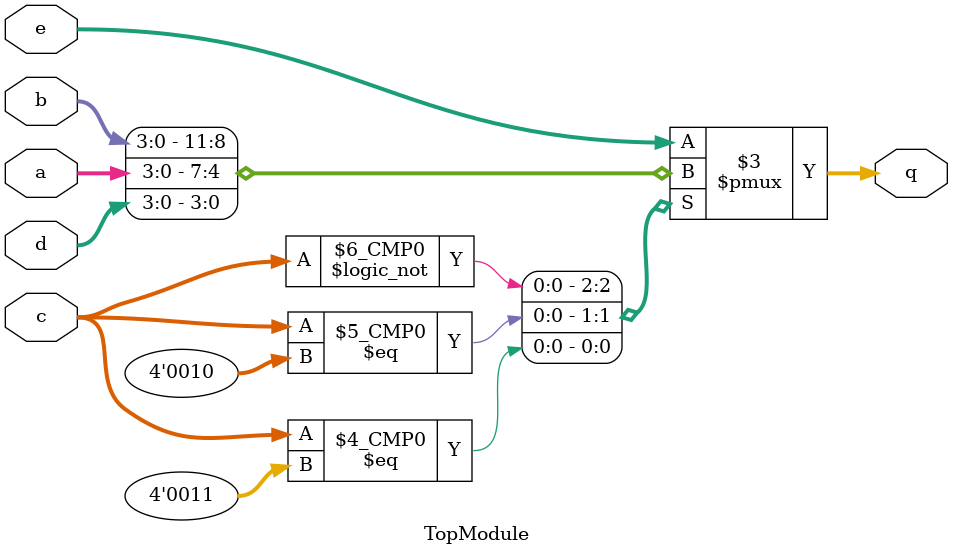
<source format=sv>

module TopModule (
    input [3:0] a,  // 4-bit input
    input [3:0] b,  // 4-bit input
    input [3:0] c,  // 4-bit input
    input [3:0] d,  // 4-bit input
    input [3:0] e,  // 4-bit input
    output reg [3:0] q  // 4-bit output
);
    
    always @* begin
        case (c) // Combinational logic based on value of c
            4'd0: q = b;
            4'd1: q = e;
            4'd2: q = a;
            4'd3: q = d;
            default: q = e; // For c >= 4
        endcase
    end
    
endmodule
</source>
